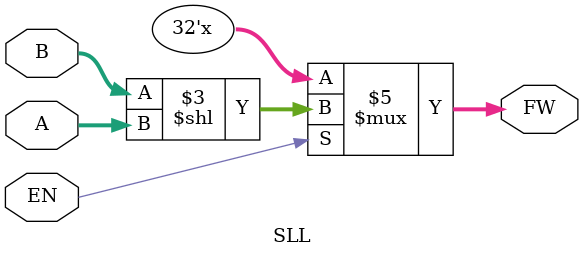
<source format=v>
module SLL(FW,A,B,EN);
    parameter N=32;
    input [N-1:0] A,B;
    input EN;
    output reg [N-1:0] FW;
    
    always @(A,B,EN) begin
        if(EN==1) FW<=B<<A;
        else FW<=32'bz;
    end
endmodule

</source>
